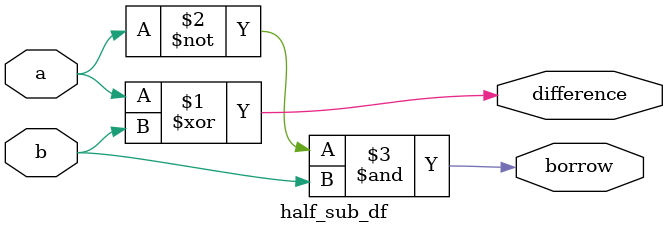
<source format=v>

module half_sub_df( a , b , difference , borrow );

    input a , b ;
    output difference , borrow ;

    assign difference = a ^ b;
    assign borrow = (~a) & b ;

endmodule

    
</source>
